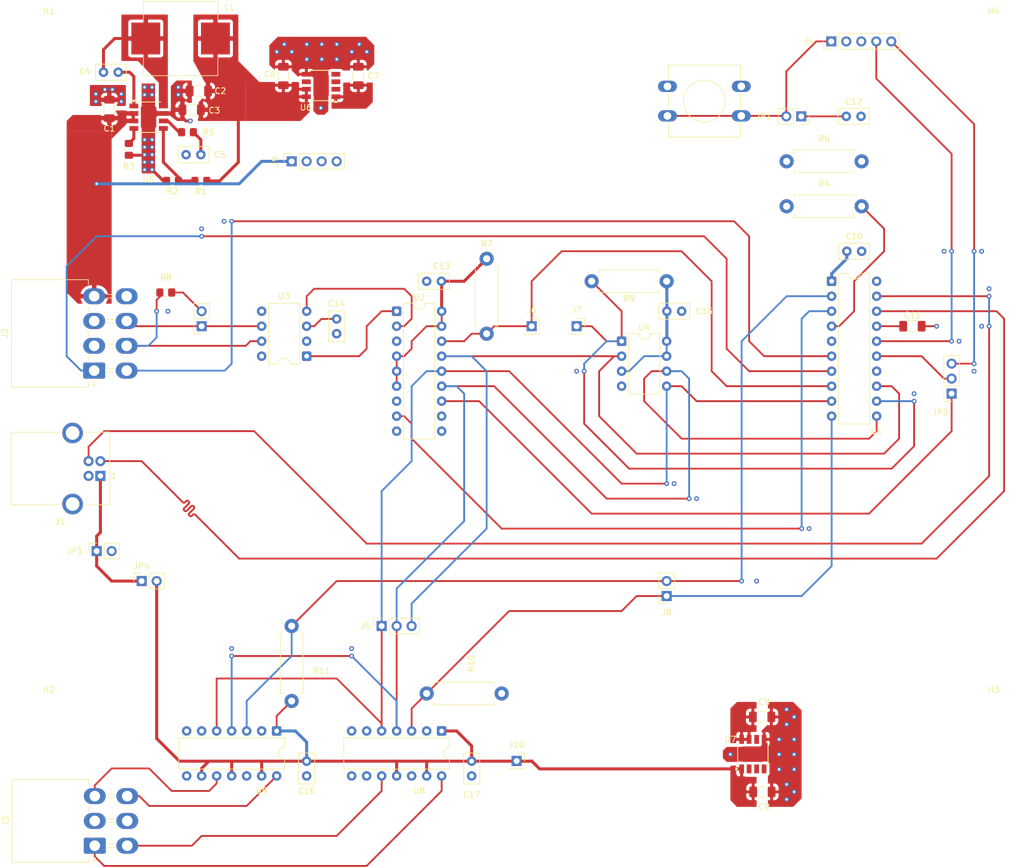
<source format=kicad_pcb>
(kicad_pcb (version 20241229) (generator "pcbnew") (generator_version "9.0")
  (layers (0 "F.Cu" signal) (4 "In1.Cu" signal) (6 "In2.Cu" signal) (2 "B.Cu" power) (13 "F.Paste" user) (15 "B.Paste" user) (5 "F.SilkS" user "F.Silkscreen") (7 "B.SilkS" user "B.Silkscreen") (1 "F.Mask" user) (3 "B.Mask" user) (25 "Edge.Cuts" user))
  (net 0 "")
  (net 1 "+12V")
  (net 2 "GND")
  (net 3 "+6.5V")
  (net 4 "Net-(U5-BST)")
  (net 5 "Net-(U5-SW)")
  (net 6 "Net-(C5-Pad2)")
  (net 7 "+5V")
  (net 8 "+5VA")
  (net 9 "Net-(U1-Vusb3v3)")
  (net 10 "Net-(JP1-A)")
  (net 12 "/USB_D+")
  (net 13 "VBUS")
  (net 15 "/USB_D-")
  (net 16 "/CAN_L")
  (net 17 "/Tach")
  (net 18 "/Speed")
  (net 19 "/CAN_H")
  (net 20 "/AN1")
  (net 21 "/AN4")
  (net 22 "/AN2")
  (net 23 "/AN3")
  (net 24 "/ICSP_~{MCLR}")
  (net 25 "/ICSP_CLK")
  (net 26 "/ICSP_DAT")
  (net 27 "/DAC1_~{CS}")
  (net 28 "/MISO")
  (net 29 "/ROM_~{CS}")
  (net 30 "/DAC2_~{CS}")
  (net 31 "/SCK")
  (net 32 "/MOSI")
  (net 33 "/CAN_~{CS}")
  (net 34 "/INT")
  (net 35 "Net-(JP5-B)")
  (net 36 "Net-(U5-FB)")
  (net 37 "Net-(U5-RT{slash}CLK)")
  (net 38 "/~{MCLR}")
  (net 39 "Net-(U5-COMP)")
  (net 41 "/CLK")
  (net 42 "/CAN_RX")
  (net 47 "/CAN_TX")
  (net 64 "/INT{slash}ICSP_CLK")
  (footprint "Connector_PinSocket_2.54mm:PinSocket_1x02_P2.54mm_Vertical" (layer "F.Cu") (at 55.88 134.62 180)
    (property "Reference" "JP5" (hide yes))
    (property "Value" "Term")
  )
  (footprint "Package_DIP:DIP-14_W7.62mm" (layer "F.Cu") (at 96.52 203.2 -90)
    (property "Reference" "U8")
    (property "Value" "MCP4912" (hide yes))
  )
  (footprint "Capacitor_THT:C_Disc_D5.0mm_W2.5mm_P2.50mm" (layer "F.Cu") (at 137.16 132.08 180)
    (property "Reference" "C15")
    (property "Value" "100n" (hide yes))
  )
  (footprint "Connector_PinSocket_2.54mm:PinSocket_1x01_P2.54mm_Vertical" (layer "F.Cu") (at 111.76 134.62)
    (property "Reference" "J6")
    (property "Value" "CAN CS")
  )
  (footprint "Connector_PinSocket_2.54mm:PinSocket_1x02_P2.54mm_Vertical" (layer "F.Cu") (at 38.1 172.72 90)
    (property "Reference" "JP3")
    (property "Value" "USB_PWR")
  )
  (footprint "Capacitor_THT:C_Disc_D5.0mm_W2.5mm_P2.50mm" (layer "F.Cu") (at 93.98 127)
    (property "Reference" "C13")
    (property "Value" "100n" (hide yes))
  )
  (footprint "Connector_PinHeader_2.54mm:PinHeader_1x05_P2.54mm_Vertical" (layer "F.Cu") (at 162.5 86.36 90)
    (property "Reference" "J4")
    (property "Value" "ICSP")
  )
  (footprint "Capacitor_THT:C_Disc_D5.0mm_W2.5mm_P2.50mm" (layer "F.Cu") (at 73.66 208.32 -90)
    (property "Reference" "C16")
    (property "Value" "100n" (hide yes))
  )
  (footprint "Connector_PinSocket_2.54mm:PinSocket_1x03_P2.54mm_Vertical" (layer "F.Cu") (at 182.88 146.035 180)
    (property "Reference" "JP2")
    (property "Value" "Prog")
  )
  (footprint "Resistor_SMD:R_0805_2012Metric_Pad1.20x1.40mm_HandSolder" (layer "F.Cu") (at 49.8 128.905 180)
    (property "Reference" "R8")
    (property "Value" "120" (hide yes))
  )
  (footprint "Resistor_SMD:R_0805_2012Metric_Pad1.20x1.40mm_HandSolder" (layer "F.Cu") (at 55.745 110)
    (property "Reference" "R1")
    (property "Value" "73k2" (hide yes))
  )
  (footprint "Connector_PinSocket_2.54mm:PinSocket_1x02_P2.54mm_Vertical" (layer "F.Cu") (at 157.42 99.06 -90)
    (property "Reference" "JP1")
    (property "Value" "~{Prog}")
  )
  (footprint "Capacitor_THT:C_Disc_D5.0mm_W2.5mm_P2.50mm" (layer "F.Cu") (at 39.255 91.585)
    (property "Reference" "C4")
    (property "Value" "100n" (hide yes))
  )
  (footprint "Capacitor_THT:C_Disc_D5.0mm_W2.5mm_P2.50mm" (layer "F.Cu") (at 165.04 99.06)
    (property "Reference" "C12")
    (property "Value" "100n" (hide yes))
  )
  (footprint "Capacitor_SMD:C_1206_3216Metric_Pad1.33x1.80mm_HandSolder" (layer "F.Cu") (at 176.2375 134.62)
    (property "Reference" "C11")
    (property "Value" "1u" (hide yes))
  )
  (footprint "Package_DIP:DIP-8_W7.62mm" (layer "F.Cu") (at 127 137.16)
    (property "Reference" "U4")
    (property "Value" "25LC160C" (hide yes))
  )
  (footprint "Resistor_THT:R_Axial_DIN0411_L9.9mm_D3.6mm_P12.70mm_Horizontal" (layer "F.Cu") (at 106.68 196.85 180)
    (property "Reference" "R10")
    (property "Value" "10k" (hide yes))
  )
  (footprint "Connector_PinSocket_2.54mm:PinSocket_1x02_P2.54mm_Vertical" (layer "F.Cu") (at 134.62 180.34 180)
    (property "Reference" "J8")
    (property "Value" "DAC CS")
  )
  (footprint "Capacitor_SMD:C_1206_3216Metric_Pad1.33x1.80mm_HandSolder" (layer "F.Cu") (at 69.715 92.22 90)
    (property "Reference" "C6")
    (property "Value" "22u" (hide yes))
  )
  (footprint "Capacitor_THT:C_Disc_D5.0mm_W2.5mm_P2.50mm" (layer "F.Cu") (at 53.245 105.555)
    (property "Reference" "C5")
    (property "Value" "100n" (hide yes))
  )
  (footprint "Resistor_SMD:R_0805_2012Metric_Pad1.20x1.40mm_HandSolder" (layer "F.Cu") (at 43.553 104.65 -90)
    (property "Reference" "R3")
    (property "Value" "50k" (hide yes))
  )
  (footprint "Button_Switch_THT:SW_PUSH-12mm" (layer "F.Cu") (at 134.76 93.98)
    (property "Reference" "SW1" (hide yes))
    (property "Value" "Reset")
  )
  (footprint "Resistor_SMD:R_0805_2012Metric_Pad1.20x1.40mm_HandSolder" (layer "F.Cu") (at 50.935 110)
    (property "Reference" "R2")
    (property "Value" "10k" (hide yes))
  )
  (footprint "Connector_Molex:Molex_Mini-Fit_Jr_5569-06A2_2x03_P4.20mm_Horizontal" (layer "F.Cu") (at 37.78 222.64 90)
    (property "Reference" "J3")
    (property "Value" "Analog")
  )
  (footprint "Resistor_THT:R_Axial_DIN0411_L9.9mm_D3.6mm_P12.70mm_Horizontal" (layer "F.Cu") (at 71.12 198.12 90)
    (property "Reference" "R11")
    (property "Value" "10k" (hide yes))
  )
  (footprint "Connector_Molex:Molex_Mini-Fit_Jr_5569-08A2_2x04_P4.20mm_Horizontal" (layer "F.Cu") (at 37.68 142.14 90)
    (property "Reference" "J2")
    (property "Value" "Conn_02x04_Top_Bottom" (hide yes))
  )
  (footprint "Capacitor_THT:C_Disc_D5.0mm_W2.5mm_P2.50mm" (layer "F.Cu") (at 78.74 135.89 90)
    (property "Reference" "C14")
    (property "Value" "100n" (hide yes))
  )
  (footprint "Resistor_SMD:R_0805_2012Metric_Pad1.20x1.40mm_HandSolder" (layer "F.Cu") (at 53.475 101.745 180)
    (property "Reference" "R5")
    (property "Value" "12k" (hide yes))
  )
  (footprint "Package_DIP:DIP-14_W7.62mm" (layer "F.Cu") (at 68.58 203.2 -90)
    (property "Reference" "U9")
    (property "Value" "MCP4912" (hide yes))
  )
  (footprint "Connector_USB:USB_B_OST_USB-B1HSxx_Horizontal" (layer "F.Cu") (at 38.735 159.98 180)
    (property "Reference" "J1")
    (property "Value" "USB_B")
  )
  (footprint "Capacitor_SMD:C_1206_3216Metric_Pad1.33x1.80mm_HandSolder" (layer "F.Cu") (at 150.7875 200.81875)
    (property "Reference" "C8")
    (property "Value" "22u" (hide yes))
  )
  (footprint "MountingHole:MountingHole_3.2mm_M3_DIN965" (layer "F.Cu") (at 30 200)
    (property "Reference" "H2")
    (property "Value" "MountingHole")
  )
  (footprint "MountingHole:MountingHole_3.2mm_M3_DIN965" (layer "F.Cu") (at 190 200)
    (property "Reference" "H3")
    (property "Value" "MountingHole")
  )
  (footprint "Package_SO:Diodes_SO-8EP" (layer "F.Cu") (at 149.225 207.12625 90)
    (property "Reference" "U7")
    (property "Value" "AP7375Q" (hide yes))
  )
  (footprint "MountingHole:MountingHole_3.2mm_M3_DIN965" (layer "F.Cu") (at 190 85)
    (property "Reference" "H4")
    (property "Value" "MountingHole")
  )
  (footprint "Connector_PinSocket_2.54mm:PinSocket_1x04_P2.54mm_Vertical" (layer "F.Cu") (at 71.12 106.68 90)
    (property "Reference" "J9")
    (property "Value" "Conn_01x04_Socket" (hide yes))
  )
  (footprint "Connector_PinSocket_2.54mm:PinSocket_1x02_P2.54mm_Vertical" (layer "F.Cu") (at 45.72 177.8 90)
    (property "Reference" "JP4")
    (property "Value" "USB_PWR" (hide yes))
  )
  (footprint "Capacitor_SMD:C_1206_3216Metric_Pad1.33x1.80mm_HandSolder" (layer "F.Cu") (at 40.251 97.808 90)
    (property "Reference" "C1")
    (property "Value" "22u" (hide yes))
  )
  (footprint "Package_DIP:DIP-20_W7.62mm" (layer "F.Cu") (at 162.56 127)
    (property "Reference" "U1")
    (property "Value" "PIC16F1459-IP" (hide yes))
  )
  (footprint "Package_SO:Diodes_SO-8EP" (layer "F.Cu") (at 46.8975 99.205)
    (property "Reference" "U5")
    (property "Value" "AP64100Q" (hide yes))
  )
  (footprint "Resistor_THT:R_Axial_DIN0411_L9.9mm_D3.6mm_P12.70mm_Horizontal" (layer "F.Cu") (at 134.62 127 180)
    (property "Reference" "R9")
    (property "Value" "10k")
  )
  (footprint "Inductor_SMD:L_Wuerth_WE-PD-Typ-LS_Handsoldering" (layer "F.Cu") (at 52.316 85.87)
    (property "Reference" "L1")
    (property "Value" "15u" (hide yes))
  )
  (footprint "Package_DIP:DIP-18_W7.62mm" (layer "F.Cu") (at 88.9 132.08)
    (property "Reference" "U2")
    (property "Value" "MCP2515-I/P" (hide yes))
  )
  (footprint "Capacitor_SMD:C_1206_3216Metric_Pad1.33x1.80mm_HandSolder" (layer "F.Cu") (at 54.1825 97.935)
    (property "Reference" "C3")
    (property "Value" "22u" (hide yes))
  )
  (footprint "Resistor_THT:R_Axial_DIN0411_L9.9mm_D3.6mm_P12.70mm_Horizontal" (layer "F.Cu") (at 104.14 123.19 -90)
    (property "Reference" "R7")
    (property "Value" "10k" (hide yes))
  )
  (footprint "Capacitor_THT:C_Disc_D5.0mm_W2.5mm_P2.50mm" (layer "F.Cu") (at 165.14 121.92)
    (property "Reference" "C10")
    (property "Value" "100n" (hide yes))
  )
  (footprint "Connector_PinSocket_2.54mm:PinSocket_1x01_P2.54mm_Vertical" (layer "F.Cu") (at 119.38 134.62)
    (property "Reference" "J7")
    (property "Value" "ROM CS")
  )
  (footprint "Capacitor_SMD:C_1206_3216Metric_Pad1.33x1.80mm_HandSolder" (layer "F.Cu") (at 55.4025 94.76)
    (property "Reference" "C2")
    (property "Value" "22u" (hide yes))
  )
  (footprint "Resistor_THT:R_Axial_DIN0411_L9.9mm_D3.6mm_P12.70mm_Horizontal" (layer "F.Cu") (at 167.64 106.68 180)
    (property "Reference" "R6")
    (property "Value" "10k" (hide yes))
  )
  (footprint "Capacitor_SMD:C_1206_3216Metric_Pad1.33x1.80mm_HandSolder" (layer "F.Cu") (at 150.8375 213.51875)
    (property "Reference" "C9")
    (property "Value" "22u" (hide yes))
  )
  (footprint "MountingHole:MountingHole_3.2mm_M3_DIN965" (layer "F.Cu") (at 30 85)
    (property "Reference" "H1")
    (property "Value" "MountingHole")
  )
  (footprint "Connector_PinSocket_2.54mm:PinSocket_1x01_P2.54mm_Vertical" (layer "F.Cu") (at 109.22 208.28)
    (property "Reference" "J10")
    (property "Value" "+5VA")
  )
  (footprint "Package_DIP:DIP-8_W7.62mm" (layer "F.Cu") (at 73.66 139.7 180)
    (property "Reference" "U3")
    (property "Value" "MCP2561-E-P" (hide yes))
  )
  (footprint "Capacitor_THT:C_Disc_D5.0mm_W2.5mm_P2.50mm" (layer "F.Cu") (at 101.6 208.32 -90)
    (property "Reference" "C17")
    (property "Value" "100n" (hide yes))
  )
  (footprint "Capacitor_SMD:C_1206_3216Metric_Pad1.33x1.80mm_HandSolder" (layer "F.Cu") (at 82.415 92.22 90)
    (property "Reference" "C7")
    (property "Value" "22u" (hide yes))
  )
  (footprint "Package_SO:Diodes_SO-8EP" (layer "F.Cu") (at 76.1075 93.8325 180)
    (property "Reference" "U6")
    (property "Value" "AP7375Q" (hide yes))
  )
  (footprint "Connector_PinSocket_2.54mm:PinSocket_1x03_P2.54mm_Vertical" (layer "F.Cu") (at 86.36 185.42 90)
    (property "Reference" "J5")
    (property "Value" "SPI debug")
  )
  (footprint "Resistor_THT:R_Axial_DIN0411_L9.9mm_D3.6mm_P12.70mm_Horizontal" (layer "F.Cu") (at 154.94 114.3)
    (property "Reference" "R4")
    (property "Value" "220" (hide yes))
  )
  (via (at 38.1 110.49) (size 0.8128) (drill 0.4) (layers "F.Cu" "B.Cu") (net 1))
  (segment (start 38.1 110.49) (end 62.23 110.49) (width 0.508) (layer "B.Cu") (net 1))
  (segment (start 62.23 110.49) (end 66.04 106.68) (width 0.508) (layer "B.Cu") (net 1))
  (segment (start 66.04 106.68) (end 71.12 106.68) (width 0.508) (layer "B.Cu") (net 1))
  (segment (start 49.395 110) (end 47.49 108.095) (width 0.508) (layer "F.Cu") (net 2))
  (segment (start 53.967 99.84) (end 53.205 99.84) (width 0.508) (layer "F.Cu") (net 2))
  (segment (start 46.125 105.65) (end 46.22 105.555) (width 0.508) (layer "F.Cu") (net 2))
  (segment (start 53.205 99.84) (end 52.62 99.255) (width 0.508) (layer "F.Cu") (net 2))
  (segment (start 52.62 99.255) (end 52.62 97.935) (width 0.508) (layer "F.Cu") (net 2))
  (segment (start 177.8 134.62) (end 180.34 134.62) (width 0.3048) (layer "F.Cu") (net 2))
  (segment (start 49.935 110) (end 49.395 110) (width 0.508) (layer "F.Cu") (net 2))
  (segment (start 43.553 105.65) (end 46.125 105.65) (width 0.508) (layer "F.Cu") (net 2))
  (via (at 156.21 204.62875) (size 0.8128) (drill 0.4) (layers "F.Cu" "B.Cu") (net 2))
  (via (at 119.38 142.24) (size 0.8128) (drill 0.4) (layers "F.Cu" "B.Cu") (net 2))
  (via (at 180.34 134.62) (size 0.8128) (drill 0.4) (layers "F.Cu" "B.Cu") (net 2))
  (via (at 39.489 94.506) (size 0.8128) (drill 0.4) (layers "F.Cu" "B.Cu") (net 2))
  (via (at 47.49 108.095) (size 0.8128) (drill 0.4) (layers "F.Cu" "B.Cu") (net 2))
  (via (at 76.22375 89.3875) (size 0.8128) (drill 0.4) (layers "F.Cu" "B.Cu") (net 2))
  (via (at 46.22 108.095) (size 0.8128) (drill 0.4) (layers "F.Cu" "B.Cu") (net 2))
  (via (at 59.69 116.84) (size 0.8128) (drill 0.4) (layers "F.Cu" "B.Cu") (net 2))
  (via (at 154.94 199.54875) (size 0.8128) (drill 0.4) (layers "F.Cu" "B.Cu") (net 2))
  (via (at 46.22 95.395) (size 0.8128) (drill 0.4) (layers "F.Cu" "B.Cu") (net 2))
  (via (at 68.60375 88.1175) (size 0.8128) (drill 0.4) (layers "F.Cu" "B.Cu") (net 2))
  (via (at 153.67 204.62875) (size 0.8128) (drill 0.4) (layers "F.Cu" "B.Cu") (net 2))
  (via (at 78.76375 86.8475) (size 0.8128) (drill 0.4) (layers "F.Cu" "B.Cu") (net 2))
  (via (at 46.22 104.285) (size 0.8128) (drill 0.4) (layers "F.Cu" "B.Cu") (net 2))
  (via (at 78.76375 89.3875) (size 0.8128) (drill 0.4) (layers "F.Cu" "B.Cu") (net 2))
  (via (at 154.94 214.78875) (size 0.8128) (drill 0.4) (layers "F.Cu" "B.Cu") (net 2))
  (via (at 51.935 94.125) (size 0.8128) (drill 0.4) (layers "F.Cu" "B.Cu") (net 2))
  (via (at 186.69 142.24) (size 0.8128) (drill 0.4) (layers "F.Cu" "B.Cu") (net 2))
  (via (at 83.84375 88.1175) (size 0.8128) (drill 0.4) (layers "F.Cu" "B.Cu") (net 2))
  (via (at 47.49 95.395) (size 0.8128) (drill 0.4) (layers "F.Cu" "B.Cu") (net 2))
  (via (at 156.21 213.51875) (size 0.8128) (drill 0.4) (layers "F.Cu" "B.Cu") (net 2))
  (via (at 73.68375 89.3875) (size 0.8128) (drill 0.4) (layers "F.Cu" "B.Cu") (net 2))
  (via (at 47.49 106.825) (size 0.8128) (drill 0.4) (layers "F.Cu" "B.Cu") (net 2))
  (via (at 154.94 212.24875) (size 0.8128) (drill 0.4) (layers "F.Cu" "B.Cu") (net 2))
  (via (at 37.965 96.538) (size 0.8128) (drill 0.4) (layers "F.Cu" "B.Cu") (net 2))
  (via (at 71.14375 88.1175) (size 0.8128) (drill 0.4) (layers "F.Cu" "B.Cu") (net 2))
  (via (at 55.88 118.11) (size 0.8128) (drill 0.4) (layers "F.Cu" "B.Cu") (net 2))
  (via (at 154.94 202.08875) (size 0.8128) (drill 0.4) (layers "F.Cu" "B.Cu") (net 2))
  (via (at 181.61 121.92) (size 0.8128) (drill 0.4) (layers "F.Cu" "B.Cu") (net 2))
  (via (at 47.49 105.555) (size 0.8128) (drill 0.4) (layers "F.Cu" "B.Cu") (net 2))
  (via (at 149.86 177.8) (size 0.8128) (drill 0.4) (layers "F.Cu" "B.Cu") (net 2))
  (via (at 189.23 128.27) (size 0.8128) (drill 0.4) (layers "F.Cu" "B.Cu") (net 2))
  (via (at 81.28 189.23) (size 0.8128) (drill 0.4) (layers "F.Cu" "B.Cu") (net 2))
  (via (at 50.165 132.08) (size 0.8128) (drill 0.4) (layers "F.Cu" "B.Cu") (net 2))
  (via (at 158.75 168.91) (size 0.8128) (drill 0.4) (layers "F.Cu" "B.Cu") (net 2))
  (via (at 187.96 121.92) (size 0.8128) (drill 0.4) (layers "F.Cu" "B.Cu") (net 2))
  (via (at 53.967 99.84) (size 0.8128) (drill 0.4) (layers "F.Cu" "B.Cu") (net 2))
  (via (at 37.965 95.268) (size 0.8128) (drill 0.4) (layers "F.Cu" "B.Cu") (net 2))
  (via (at 153.67 209.70875) (size 0.8128) (drill 0.4) (layers "F.Cu" "B.Cu") (net 2))
  (via (at 47.49 104.285) (size 0.8128) (drill 0.4) (layers "F.Cu" "B.Cu") (net 2))
  (via (at 184.15 137.16) (size 0.8128) (drill 0.4) (layers "F.Cu" "B.Cu") (net 2))
  (via (at 153.67 207.16875) (size 0.8128) (drill 0.4) (layers "F.Cu" "B.Cu") (net 2))
  (via (at 76.22375 86.8475) (size 0.8128) (drill 0.4) (layers "F.Cu" "B.Cu") (net 2))
  (via (at 156.21 200.81875) (size 0.8128) (drill 0.4) (layers "F.Cu" "B.Cu") (net 2))
  (via (at 51.935 95.395) (size 0.8128) (drill 0.4) (layers "F.Cu" "B.Cu") (net 2))
  (via (at 42.283 95.268) (size 0.8128) (drill 0.4) (layers "F.Cu" "B.Cu") (net 2))
  (via (at 46.22 106.825) (size 0.8128) (drill 0.4) (layers "F.Cu" "B.Cu") (net 2))
  (via (at 42.283 96.538) (size 0.8128) (drill 0.4) (layers "F.Cu" "B.Cu") (net 2))
  (via (at 135.89 161.29) (size 0.8128) (drill 0.4) (layers "F.Cu" "B.Cu") (net 2))
  (via (at 156.21 207.16875) (size 0.8128) (drill 0.4) (layers "F.Cu" "B.Cu") (net 2))
  (via (at 46.22 105.555) (size 0.8128) (drill 0.4) (layers "F.Cu" "B.Cu") (net 2))
  (via (at 139.7 163.83) (size 0.8128) (drill 0.4) (layers "F.Cu" "B.Cu") (net 2))
  (via (at 82.57375 86.8475) (size 0.8128) (drill 0.4) (layers "F.Cu" "B.Cu") (net 2))
  (via (at 69.87375 86.8475) (size 0.8128) (drill 0.4) (layers "F.Cu" "B.Cu") (net 2))
  (via (at 40.759 94.506) (size 0.8128) (drill 0.4) (layers "F.Cu" "B.Cu") (net 2))
  (via (at 76.065 97.6425) (size 0.8128) (drill 0.4) (layers "F.Cu" "B.Cu") (net 2))
  (via (at 187.96 134.62) (size 0.8128) (drill 0.4) (layers "F.Cu" "B.Cu") (net 2))
  (via (at 46.22 103.015) (size 0.8128) (drill 0.4) (layers "F.Cu" "B.Cu") (net 2))
  (via (at 46.22 94.125) (size 0.8128) (drill 0.4) (layers "F.Cu" "B.Cu") (net 2))
  (via (at 60.96 189.23) (size 0.8128) (drill 0.4) (layers "F.Cu" "B.Cu") (net 2))
  (via (at 156.21 209.70875) (size 0.8128) (drill 0.4) (layers "F.Cu" "B.Cu") (net 2))
  (via (at 47.49 103.015) (size 0.8128) (drill 0.4) (layers "F.Cu" "B.Cu") (net 2))
  (via (at 81.30375 88.1175) (size 0.8128) (drill 0.4) (layers "F.Cu" "B.Cu") (net 2))
  (via (at 73.68375 86.8475) (size 0.8128) (drill 0.4) (layers "F.Cu" "B.Cu") (net 2))
  (via (at 176.53 146.05) (size 0.8128) (drill 0.4) (layers "F.Cu" "B.Cu") (net 2))
  (via (at 145.415 207.16875) (size 0.8128) (drill 0.4) (layers "F.Cu" "B.Cu") (net 2))
  (via (at 47.49 94.125) (size 0.8128) (drill 0.4) (layers "F.Cu" "B.Cu") (net 2))
  (segment (start 60.825 97.935) (end 55.745 97.935) (width 0.508) (layer "F.Cu") (net 3))
  (segment (start 62.095 106.825) (end 62.095 99.205) (width 0.508) (layer "F.Cu") (net 3))
  (segment (start 62.095 99.205) (end 60.825 97.935) (width 0.508) (layer "F.Cu") (net 3))
  (segment (start 56.745 110) (end 58.92 110) (width 0.508) (layer "F.Cu") (net 3))
  (segment (start 58.92 110) (end 62.095 106.825) (width 0.508) (layer "F.Cu") (net 3))
  (segment (start 44.4 97.3) (end 44.4 92.305) (width 0.508) (layer "F.Cu") (net 4))
  (segment (start 44.4 92.305) (end 43.68 91.585) (width 0.508) (layer "F.Cu") (net 4))
  (segment (start 43.68 91.585) (end 41.755 91.585) (width 0.508) (layer "F.Cu") (net 4))
  (segment (start 39.255 91.585) (end 39.255 87.755) (width 0.508) (layer "F.Cu") (net 5))
  (segment (start 41.14 85.87) (end 46.416 85.87) (width 0.508) (layer "F.Cu") (net 5))
  (segment (start 39.255 87.755) (end 41.14 85.87) (width 0.508) (layer "F.Cu") (net 5))
  (segment (start 55.745 103.015) (end 54.475 101.745) (width 0.508) (layer "F.Cu") (net 6))
  (segment (start 55.745 105.555) (end 55.745 103.015) (width 0.508) (layer "F.Cu") (net 6))
  (segment (start 74.93 134.62) (end 76.16 133.39) (width 0.3048) (layer "F.Cu") (net 7))
  (segment (start 91.44 138.43) (end 91.44 137.16) (width 0.3048) (layer "F.Cu") (net 7))
  (segment (start 96.52 127.04) (end 96.48 127) (width 0.508) (layer "F.Cu") (net 7))
  (segment (start 73.66 134.62) (end 74.93 134.62) (width 0.3048) (layer "F.Cu") (net 7))
  (segment (start 91.44 137.16) (end 93.98 134.62) (width 0.3048) (layer "F.Cu") (net 7))
  (segment (start 96.52 134.62) (end 96.52 132.08) (width 0.3048) (layer "F.Cu") (net 7))
  (segment (start 90.17 139.7) (end 91.44 138.43) (width 0.3048) (layer "F.Cu") (net 7))
  (segment (start 88.9 139.7) (end 90.17 139.7) (width 0.3048) (layer "F.Cu") (net 7))
  (segment (start 88.9 144.78) (end 88.9 139.7) (width 0.3048) (layer "F.Cu") (net 7))
  (segment (start 96.52 132.08) (end 96.52 127.04) (width 0.508) (layer "F.Cu") (net 7))
  (segment (start 96.48 127) (end 100.33 127) (width 0.508) (layer "F.Cu") (net 7))
  (segment (start 93.98 134.62) (end 96.52 134.62) (width 0.3048) (layer "F.Cu") (net 7))
  (segment (start 76.16 133.39) (end 78.74 133.39) (width 0.3048) (layer "F.Cu") (net 7))
  (segment (start 100.33 127) (end 104.14 123.19) (width 0.508) (layer "F.Cu") (net 7))
  (segment (start 130.81 139.7) (end 128.27 142.24) (width 0.3048) (layer "B.Cu") (net 7))
  (segment (start 134.62 127) (end 134.62 128.27) (width 0.508) (layer "B.Cu") (net 7))
  (segment (start 134.62 128.27) (end 134.66 128.31) (width 0.508) (layer "B.Cu") (net 7))
  (segment (start 134.66 137.12) (end 134.62 137.16) (width 0.508) (layer "B.Cu") (net 7))
  (segment (start 134.66 128.31) (end 134.66 132.08) (width 0.508) (layer "B.Cu") (net 7))
  (segment (start 134.66 132.08) (end 134.66 137.12) (width 0.508) (layer "B.Cu") (net 7))
  (segment (start 165.14 123.15) (end 165.14 121.92) (width 0.508) (layer "B.Cu") (net 7))
  (segment (start 134.62 139.7) (end 134.62 137.16) (width 0.3048) (layer "B.Cu") (net 7))
  (segment (start 162.56 125.73) (end 165.14 123.15) (width 0.508) (layer "B.Cu") (net 7))
  (segment (start 162.56 127) (end 162.56 125.73) (width 0.508) (layer "B.Cu") (net 7))
  (segment (start 128.27 142.24) (end 127 142.24) (width 0.3048) (layer "B.Cu") (net 7))
  (segment (start 134.62 139.7) (end 130.81 139.7) (width 0.3048) (layer "B.Cu") (net 7))
  (segment (start 99.06 203.2) (end 96.52 203.2) (width 0.508) (layer "F.Cu") (net 8))
  (segment (start 93.98 210.82) (end 93.98 208.32) (width 0.508) (layer "F.Cu") (net 8))
  (segment (start 101.6 208.32) (end 101.6 205.74) (width 0.508) (layer "F.Cu") (net 8))
  (segment (start 71.12 198.12) (end 68.58 200.66) (width 0.3048) (layer "F.Cu") (net 8))
  (segment (start 68.58 200.66) (end 68.58 203.2) (width 0.3048) (layer "F.Cu") (net 8))
  (segment (start 66.04 210.82) (end 66.04 208.32) (width 0.508) (layer "F.Cu") (net 8))
  (segment (start 60.96 208.32) (end 58.32 208.32) (width 0.508) (layer "F.Cu") (net 8))
  (segment (start 111.76 208.28) (end 111.72 208.32) (width 0.508) (layer "F.Cu") (net 8))
  (segment (start 48.26 177.8) (end 48.26 204.47) (width 0.508) (layer "F.Cu") (net 8))
  (segment (start 93.98 208.32) (end 88.9 208.32) (width 0.508) (layer "F.Cu") (net 8))
  (segment (start 101.6 208.32) (end 93.98 208.32) (width 0.508) (layer "F.Cu") (net 8))
  (segment (start 55.88 209.55) (end 55.88 210.82) (width 0.508) (layer "F.Cu") (net 8))
  (segment (start 58.32 208.32) (end 57.11 208.32) (width 0.508) (layer "F.Cu") (net 8))
  (segment (start 52.11 208.32) (end 57.11 208.32) (width 0.508) (layer "F.Cu") (net 8))
  (segment (start 73.66 208.32) (end 66.04 208.32) (width 0.508) (layer "F.Cu") (net 8))
  (segment (start 66.04 208.32) (end 60.96 208.32) (width 0.508) (layer "F.Cu") (net 8))
  (segment (start 57.11 208.32) (end 55.88 209.55) (width 0.508) (layer "F.Cu") (net 8))
  (segment (start 147.32 209.62375) (end 113.10375 209.62375) (width 0.508) (layer "F.Cu") (net 8))
  (segment (start 60.96 210.82) (end 60.96 208.32) (width 0.508) (layer "F.Cu") (net 8))
  (segment (start 113.10375 209.62375) (end 111.76 208.28) (width 0.508) (layer "F.Cu") (net 8))
  (segment (start 88.9 210.82) (end 88.9 208.32) (width 0.508) (layer "F.Cu") (net 8))
  (segment (start 48.26 204.47) (end 52.11 208.32) (width 0.508) (layer "F.Cu") (net 8))
  (segment (start 111.72 208.32) (end 101.6 208.32) (width 0.508) (layer "F.Cu") (net 8))
  (segment (start 101.6 205.74) (end 99.06 203.2) (width 0.508) (layer "F.Cu") (net 8))
  (segment (start 88.9 208.32) (end 73.66 208.32) (width 0.508) (layer "F.Cu") (net 8))
  (segment (start 68.58 203.2) (end 71.755 203.2) (width 0.508) (layer "B.Cu") (net 8))
  (segment (start 71.755 203.2) (end 73.66 205.105) (width 0.508) (layer "B.Cu") (net 8))
  (segment (start 73.66 205.105) (end 73.66 208.32) (width 0.508) (layer "B.Cu") (net 8))
  (segment (start 170.18 134.62) (end 174.675 134.62) (width 0.3048) (layer "F.Cu") (net 9))
  (segment (start 157.42 99.06) (end 165.04 99.06) (width 0.3048) (layer "F.Cu") (net 10))
  (segment (start 36.735 155.035) (end 39.37 152.4) (width 0.3048) (layer "F.Cu") (net 12))
  (segment (start 39.37 152.4) (end 64.77 152.4) (width 0.3048) (layer "F.Cu") (net 12))
  (segment (start 177.799999 171.45) (end 189.23 160.019999) (width 0.3048) (layer "F.Cu") (net 12))
  (segment (start 83.82 171.45) (end 177.799999 171.45) (width 0.3048) (layer "F.Cu") (net 12))
  (segment (start 64.77 152.4) (end 83.82 171.45) (width 0.3048) (layer "F.Cu") (net 12))
  (segment (start 189.23 160.019999) (end 189.23 134.62) (width 0.3048) (layer "F.Cu") (net 12))
  (segment (start 170.18 129.54) (end 189.23 129.54) (width 0.3048) (layer "F.Cu") (net 12))
  (segment (start 36.735 157.48) (end 36.735 155.035) (width 0.3048) (layer "F.Cu") (net 12))
  (via (at 189.23 129.54) (size 0.8128) (drill 0.4) (layers "F.Cu" "B.Cu") (net 12))
  (via (at 189.23 134.62) (size 0.8128) (drill 0.4) (layers "F.Cu" "B.Cu") (net 12))
  (segment (start 189.23 129.54) (end 189.23 134.62) (width 0.3048) (layer "B.Cu") (net 12))
  (segment (start 38.1 170.18) (end 38.1 172.72) (width 0.508) (layer "F.Cu") (net 13))
  (segment (start 40.64 177.8) (end 45.72 177.8) (width 0.508) (layer "F.Cu") (net 13))
  (segment (start 38.1 175.26) (end 40.64 177.8) (width 0.508) (layer "F.Cu") (net 13))
  (segment (start 38.735 169.545) (end 38.1 170.18) (width 0.508) (layer "F.Cu") (net 13))
  (segment (start 38.1 172.72) (end 38.1 175.26) (width 0.508) (layer "F.Cu") (net 13))
  (segment (start 38.735 159.98) (end 38.735 169.545) (width 0.508) (layer "F.Cu") (net 13))
  (segment (start 58.469419 170.229419) (end 62.23 173.99) (width 0.3048) (layer "F.Cu") (net 15))
  (segment (start 54.170575 165.930575) (end 53.998154 166.102995) (width 0.3048) (layer "F.Cu") (net 15))
  (segment (start 62.23 173.99) (end 180.34 173.99) (width 0.3048) (layer "F.Cu") (net 15))
  (segment (start 38.735 157.48) (end 45.72 157.48) (width 0.3048) (layer "F.Cu") (net 15))
  (segment (start 53.480893 164.896052) (end 53.308472 165.068473) (width 0.3048) (layer "F.Cu") (net 15))
  (segment (start 54.564949 165.536204) (end 54.170575 165.930575) (width 0.3048) (layer "F.Cu") (net 15))
  (segment (start 54.860257 166.620257) (end 58.469419 170.229419) (width 0.3048) (layer "F.Cu") (net 15))
  (segment (start 190.5 132.08) (end 170.18 132.08) (width 0.3048) (layer "F.Cu") (net 15))
  (segment (start 191.77 133.35) (end 190.5 132.08) (width 0.3048) (layer "F.Cu") (net 15))
  (segment (start 54.207269 166.755984) (end 54.429205 166.534047) (width 0.3048) (layer "F.Cu") (net 15))
  (segment (start 180.34 173.99) (end 191.77 162.56) (width 0.3048) (layer "F.Cu") (net 15))
  (segment (start 53.049842 164.465001) (end 53.271777 164.243063) (width 0.3048) (layer "F.Cu") (net 15))
  (segment (start 53.616619 164.243063) (end 53.702829 164.329273) (width 0.3048) (layer "F.Cu") (net 15))
  (segment (start 54.774047 166.534047) (end 54.860257 166.620257) (width 0.3048) (layer "F.Cu") (net 15))
  (segment (start 52.914117 165.80767) (end 53.000327 165.89388) (width 0.3048) (layer "F.Cu") (net 15))
  (segment (start 53.308473 165.068473) (end 52.914117 165.462828) (width 0.3048) (layer "F.Cu") (net 15))
  (segment (start 54.478739 165.105152) (end 54.564949 165.191362) (width 0.3048) (layer "F.Cu") (net 15))
  (segment (start 53.702829 164.674115) (end 53.480893 164.896052) (width 0.3048) (layer "F.Cu") (net 15))
  (segment (start 53.308472 165.068473) (end 53.308473 165.068473) (width 0.3048) (layer "F.Cu") (net 15))
  (segment (start 53.345169 165.89388) (end 53.739524 165.499524) (width 0.3048) (layer "F.Cu") (net 15))
  (segment (start 53.739524 165.499524) (end 54.133895 165.10515) (width 0.3048) (layer "F.Cu") (net 15))
  (segment (start 53.776217 166.669774) (end 53.862427 166.755984) (width 0.3048) (layer "F.Cu") (net 15))
  (segment (start 45.72 157.48) (end 52.705 164.465) (width 0.3048) (layer "F.Cu") (net 15))
  (segment (start 191.77 162.56) (end 191.77 133.35) (width 0.3048) (layer "F.Cu") (net 15))
  (segment (start 53.998154 166.102995) (end 53.776217 166.324932) (width 0.3048) (layer "F.Cu") (net 15))
  (arc (start 54.564949 165.191362) (mid 54.636368 165.363783) (end 54.564949 165.536204) (width 0.3048) (layer "F.Cu") (net 15))
  (arc (start 53.000327 165.89388) (mid 53.172748 165.965299) (end 53.345169 165.89388) (width 0.3048) (layer "F.Cu") (net 15))
  (arc (start 54.429205 166.534047) (mid 54.601626 166.462628) (end 54.774047 166.534047) (width 0.3048) (layer "F.Cu") (net 15))
  (arc (start 53.702829 164.329273) (mid 53.774248 164.501694) (end 53.702829 164.674115) (width 0.3048) (layer "F.Cu") (net 15))
  (arc (start 53.862427 166.755984) (mid 54.034848 166.827403) (end 54.207269 166.755984) (width 0.3048) (layer "F.Cu") (net 15))
  (arc (start 53.271777 164.243063) (mid 53.444198 164.171644) (end 53.616619 164.243063) (width 0.3048) (layer "F.Cu") (net 15))
  (arc (start 53.776217 166.324932) (mid 53.704798 166.497353) (end 53.776217 166.669774) (width 0.3048) (layer "F.Cu") (net 15))
  (arc (start 52.914117 165.462828) (mid 52.842698 165.635249) (end 52.914117 165.80767) (width 0.3048) (layer "F.Cu") (net 15))
  (arc (start 54.133895 165.10515) (mid 54.306318 165.033733) (end 54.478739 165.105152) (width 0.3048) (layer "F.Cu") (net 15))
  (arc (start 52.705 164.465) (mid 52.877422 164.536419) (end 53.049842 164.465001) (width 0.3048) (layer "F.Cu") (net 15))
  (segment (start 44.06 134.62) (end 43.18 133.74) (width 0.3048) (layer "F.Cu") (net 16))
  (segment (start 66.04 134.62) (end 44.06 134.62) (width 0.3048) (layer "F.Cu") (net 16))
  (segment (start 144.78 123.19) (end 140.97 119.38) (width 0.3048) (layer "F.Cu") (net 17))
  (segment (start 140.97 119.38) (end 55.88 119.38) (width 0.3048) (layer "F.Cu") (net 17))
  (segment (start 144.78 138.43) (end 144.78 123.19) (width 0.3048) (layer "F.Cu") (net 17))
  (segment (start 162.56 142.24) (end 148.59 142.24) (width 0.3048) (layer "F.Cu") (net 17))
  (segment (start 148.59 142.24) (end 144.78 138.43) (width 0.3048) (layer "F.Cu") (net 17))
  (via (at 55.88 119.38) (size 0.8128) (drill 0.4) (layers "F.Cu" "B.Cu") (net 17))
  (segment (start 55.88 119.38) (end 38.1 119.38) (width 0.3048) (layer "B.Cu") (net 17))
  (segment (start 35.46 142.14) (end 37.68 142.14) (width 0.3048) (layer "B.Cu") (net 17))
  (segment (start 33.02 139.7) (end 35.46 142.14) (width 0.3048) (layer "B.Cu") (net 17))
  (segment (start 33.02 124.46) (end 33.02 139.7) (width 0.3048) (layer "B.Cu") (net 17))
  (segment (start 38.1 119.38) (end 33.02 124.46) (width 0.3048) (layer "B.Cu") (net 17))
  (segment (start 148.59 119.379999) (end 148.59 137.16) (width 0.3048) (layer "F.Cu") (net 18))
  (segment (start 148.59 137.16) (end 151.13 139.7) (width 0.3048) (layer "F.Cu") (net 18))
  (segment (start 60.96 116.84) (end 146.050001 116.84) (width 0.3048) (layer "F.Cu") (net 18))
  (segment (start 151.13 139.7) (end 162.56 139.7) (width 0.3048) (layer "F.Cu") (net 18))
  (segment (start 146.050001 116.84) (end 148.59 119.379999) (width 0.3048) (layer "F.Cu") (net 18))
  (via (at 60.96 116.84) (size 0.8128) (drill 0.4) (layers "F.Cu" "B.Cu") (net 18))
  (segment (start 60.96 140.97) (end 60.96 116.84) (width 0.3048) (layer "B.Cu") (net 18))
  (segment (start 59.79 142.14) (end 60.96 140.97) (width 0.3048) (layer "B.Cu") (net 18))
  (segment (start 43.18 142.14) (end 59.79 142.14) (width 0.3048) (layer "B.Cu") (net 18))
  (segment (start 48.8 129.635) (end 48.26 130.175) (width 0.3048) (layer "F.Cu") (net 19))
  (segment (start 66.04 137.16) (end 64.135 137.16) (width 0.3048) (layer "F.Cu") (net 19))
  (segment (start 48.8 128.905) (end 48.8 129.635) (width 0.3048) (layer "F.Cu") (net 19))
  (segment (start 48.26 130.175) (end 48.26 132.08) (width 0.3048) (layer "F.Cu") (net 19))
  (segment (start 64.135 137.16) (end 63.355 137.94) (width 0.3048) (layer "F.Cu") (net 19))
  (segment (start 63.355 137.94) (end 43.18 137.94) (width 0.3048) (layer "F.Cu") (net 19))
  (via (at 48.26 132.08) (size 0.8128) (drill 0.4) (layers "F.Cu" "B.Cu") (net 19))
  (segment (start 48.26 132.08) (end 48.26 136.525) (width 0.3048) (layer "B.Cu") (net 19))
  (segment (start 46.845 137.94) (end 43.18 137.94) (width 0.3048) (layer "B.Cu") (net 19))
  (segment (start 48.26 136.525) (end 46.845 137.94) (width 0.3048) (layer "B.Cu") (net 19))
  (segment (start 39.37 226.06) (end 37.78 224.47) (width 0.3048) (layer "F.Cu") (net 20))
  (segment (start 83.82 226.06) (end 39.37 226.06) (width 0.3048) (layer "F.Cu") (net 20))
  (segment (start 96.52 210.82) (end 96.52 213.36) (width 0.3048) (layer "F.Cu") (net 20))
  (segment (start 96.52 213.36) (end 83.82 226.06) (width 0.3048) (layer "F.Cu") (net 20))
  (segment (start 37.78 224.47) (end 37.78 222.64) (width 0.3048) (layer "F.Cu") (net 20))
  (segment (start 37.78 212.41) (end 37.78 214.24) (width 0.3048) (layer "F.Cu") (net 21))
  (segment (start 40.64 209.55) (end 37.78 212.41) (width 0.3048) (layer "F.Cu") (net 21))
  (segment (start 46.99 209.55) (end 40.64 209.55) (width 0.3048) (layer "F.Cu") (net 21))
  (segment (start 58.42 210.82) (end 58.42 212.09) (width 0.3048) (layer "F.Cu") (net 21))
  (segment (start 57.15 213.36) (end 50.8 213.36) (width 0.3048) (layer "F.Cu") (net 21))
  (segment (start 58.42 212.09) (end 57.15 213.36) (width 0.3048) (layer "F.Cu") (net 21))
  (segment (start 50.8 213.36) (end 46.99 209.55) (width 0.3048) (layer "F.Cu") (net 21))
  (segment (start 54.22 222.64) (end 43.28 222.64) (width 0.3048) (layer "F.Cu") (net 22))
  (segment (start 55.88 220.98) (end 54.22 222.64) (width 0.3048) (layer "F.Cu") (net 22))
  (segment (start 78.74 220.98) (end 55.88 220.98) (width 0.3048) (layer "F.Cu") (net 22))
  (segment (start 86.36 210.82) (end 86.36 213.36) (width 0.3048) (layer "F.Cu") (net 22))
  (segment (start 86.36 213.36) (end 78.74 220.98) (width 0.3048) (layer "F.Cu") (net 22))
  (segment (start 68.58 210.82) (end 63.5 215.9) (width 0.3048) (layer "F.Cu") (net 23))
  (segment (start 63.5 215.9) (end 46.99 215.9) (width 0.3048) (layer "F.Cu") (net 23))
  (segment (start 46.99 215.9) (end 45.33 214.24) (width 0.3048) (layer "F.Cu") (net 23))
  (segment (start 45.33 214.24) (end 43.28 214.24) (width 0.3048) (layer "F.Cu") (net 23))
  (segment (start 134.76 98.98) (end 154.8 98.98) (width 0.3048) (layer "F.Cu") (net 24))
  (segment (start 159.96 86.36) (end 162.5 86.36) (width 0.3048) (layer "F.Cu") (net 24))
  (segment (start 154.88 99.06) (end 154.88 91.44) (width 0.3048) (layer "F.Cu") (net 24))
  (segment (start 154.88 91.44) (end 159.96 86.36) (width 0.3048) (layer "F.Cu") (net 24))
  (segment (start 154.8 98.98) (end 154.88 99.06) (width 0.3048) (layer "F.Cu") (net 24))
  (segment (start 186.69 100.39) (end 172.66 86.36) (width 0.3048) (layer "F.Cu") (net 25))
  (segment (start 182.88 140.955) (end 186.675 140.955) (width 0.3048) (layer "F.Cu") (net 25))
  (segment (start 186.675 140.955) (end 186.69 140.97) (width 0.3048) (layer "F.Cu") (net 25))
  (segment (start 186.69 121.92) (end 186.69 100.39) (width 0.3048) (layer "F.Cu") (net 25))
  (via (at 186.69 121.92) (size 0.8128) (drill 0.4) (layers "F.Cu" "B.Cu") (net 25))
  (via (at 186.69 140.97) (size 0.8128) (drill 0.4) (layers "F.Cu" "B.Cu") (net 25))
  (segment (start 186.69 140.97) (end 186.69 121.92) (width 0.3048) (layer "B.Cu") (net 25))
  (segment (start 170.18 137.16) (end 182.88 137.16) (width 0.3048) (layer "F.Cu") (net 26))
  (segment (start 182.88 121.92) (end 182.88 105.41) (width 0.3048) (layer "F.Cu") (net 26))
  (segment (start 182.88 105.41) (end 170.12 92.65) (width 0.3048) (layer "F.Cu") (net 26))
  (segment (start 170.12 92.65) (end 170.12 86.36) (width 0.3048) (layer "F.Cu") (net 26))
  (via (at 182.88 137.16) (size 0.8128) (drill 0.4) (layers "F.Cu" "B.Cu") (net 26))
  (via (at 182.88 121.92) (size 0.8128) (drill 0.4) (layers "F.Cu" "B.Cu") (net 26))
  (segment (start 182.88 137.16) (end 182.88 121.92) (width 0.3048) (layer "B.Cu") (net 26))
  (segment (start 129.54 180.34) (end 127 182.88) (width 0.3048) (layer "F.Cu") (net 27))
  (segment (start 107.95 182.88) (end 93.98 196.85) (width 0.3048) (layer "F.Cu") (net 27))
  (segment (start 93.98 196.85) (end 91.44 199.39) (width 0.3048) (layer "F.Cu") (net 27))
  (segment (start 127 182.88) (end 107.95 182.88) (width 0.3048) (layer "F.Cu") (net 27))
  (segment (start 91.44 199.39) (end 91.44 203.2) (width 0.3048) (layer "F.Cu") (net 27))
  (segment (start 134.62 180.34) (end 129.54 180.34) (width 0.3048) (layer "F.Cu") (net 27))
  (segment (start 162.56 175.26) (end 157.48 180.34) (width 0.3048) (layer "B.Cu") (net 27))
  (segment (start 162.56 149.86) (end 162.56 175.26) (width 0.3048) (layer "B.Cu") (net 27))
  (segment (start 157.48 180.34) (end 134.62 180.34) (width 0.3048) (layer "B.Cu") (net 27))
  (segment (start 171.45 156.21) (end 129.54 156.21) (width 0.3048) (layer "F.Cu") (net 28))
  (segment (start 127 139.7) (end 96.52 139.7) (width 0.3048) (layer "F.Cu") (net 28))
  (segment (start 124.46 139.7) (end 127 139.7) (width 0.3048) (layer "F.Cu") (net 28))
  (segment (start 173.99 146.05) (end 173.99 153.67) (width 0.3048) (layer "F.Cu") (net 28))
  (segment (start 123.19 149.86) (end 123.19 142.24) (width 0.3048) (layer "F.Cu") (net 28))
  (segment (start 173.99 153.67) (end 171.45 156.21) (width 0.3048) (layer "F.Cu") (net 28))
  (segment (start 129.54 156.21) (end 123.19 149.86) (width 0.3048) (layer "F.Cu") (net 28))
  (segment (start 170.18 144.78) (end 172.72 144.78) (width 0.3048) (layer "F.Cu") (net 28))
  (segment (start 172.72 144.78) (end 173.99 146.05) (width 0.3048) (layer "F.Cu") (net 28))
  (segment (start 123.19 142.24) (end 125.73 139.7) (width 0.3048) (layer "F.Cu") (net 28))
  (segment (start 125.73 139.7) (end 127 139.7) (width 0.3048) (layer "F.Cu") (net 28))
  (segment (start 104.14 142.24) (end 104.14 168.91) (width 0.3048) (layer "B.Cu") (net 28))
  (segment (start 96.52 139.7) (end 101.6 139.7) (width 0.3048) (layer "B.Cu") (net 28))
  (segment (start 104.14 168.91) (end 91.44 181.61) (width 0.3048) (layer "B.Cu") (net 28))
  (segment (start 91.44 181.61) (end 91.44 185.42) (width 0.3048) (layer "B.Cu") (net 28))
  (segment (start 101.6 139.7) (end 104.14 142.24) (width 0.3048) (layer "B.Cu") (net 28))
  (segment (start 120.65 151.13) (end 120.65 142.24) (width 0.3048) (layer "F.Cu") (net 29))
  (segment (start 176.53 147.32) (end 176.53 154.94) (width 0.3048) (layer "F.Cu") (net 29))
  (segment (start 128.27 158.75) (end 120.65 151.13) (width 0.3048) (layer "F.Cu") (net 29))
  (segment (start 127 137.16) (end 127 132.08) (width 0.3048) (layer "F.Cu") (net 29))
  (segment (start 124.46 137.16) (end 121.92 134.62) (width 0.3048) (layer "F.Cu") (net 29))
  (segment (start 127 137.16) (end 124.46 137.16) (width 0.3048) (layer "F.Cu") (net 29))
  (segment (start 121.92 134.62) (end 119.38 134.62) (width 0.3048) (layer "F.Cu") (net 29))
  (segment (start 176.53 154.94) (end 172.72 158.75) (width 0.3048) (layer "F.Cu") (net 29))
  (segment (start 172.72 158.75) (end 128.27 158.75) (width 0.3048) (layer "F.Cu") (net 29))
  (segment (start 127 132.08) (end 121.92 127) (width 0.3048) (layer "F.Cu") (net 29))
  (via (at 120.65 142.24) (size 0.8128) (drill 0.4) (layers "F.Cu" "B.Cu") (net 29))
  (via (at 176.53 147.32) (size 0.8128) (drill 0.4) (layers "F.Cu" "B.Cu") (net 29))
  (segment (start 170.18 147.32) (end 176.53 147.32) (width 0.3048) (layer "B.Cu") (net 29))
  (segment (start 120.65 140.97) (end 124.46 137.16) (width 0.3048) (layer "B.Cu") (net 29))
  (segment (start 120.65 142.24) (end 120.65 140.97) (width 0.3048) (layer "B.Cu") (net 29))
  (segment (start 124.46 137.16) (end 127 137.16) (width 0.3048) (layer "B.Cu") (net 29))
  (segment (start 147.32 177.8) (end 78.74 177.8) (width 0.3048) (layer "F.Cu") (net 30))
  (segment (start 78.74 177.8) (end 71.12 185.42) (width 0.3048) (layer "F.Cu") (net 30))
  (via (at 147.32 177.8) (size 0.8128) (drill 0.4) (layers "F.Cu" "B.Cu") (net 30))
  (segment (start 147.32 137.16) (end 154.94 129.54) (width 0.3048) (layer "B.Cu") (net 30))
  (segment (start 63.5 198.12) (end 71.12 190.5) (width 0.3048) (layer "B.Cu") (net 30))
  (segment (start 63.5 203.2) (end 63.5 198.12) (width 0.3048) (layer "B.Cu") (net 30))
  (segment (start 71.12 190.5) (end 71.12 185.42) (width 0.3048) (layer "B.Cu") (net 30))
  (segment (start 147.32 177.8) (end 147.32 137.16) (width 0.3048) (layer "B.Cu") (net 30))
  (segment (start 154.94 129.54) (end 162.56 129.54) (width 0.3048) (layer "B.Cu") (net 30))
  (segment (start 170.18 149.86) (end 170.18 152.4) (width 0.3048) (layer "F.Cu") (net 31))
  (segment (start 88.9 185.42) (end 88.9 203.2) (width 0.3048) (layer "F.Cu") (net 31))
  (segment (start 138.43 163.83) (end 124.46 163.83) (width 0.3048) (layer "F.Cu") (net 31))
  (segment (start 168.91 153.67) (end 137.16 153.67) (width 0.3048) (layer "F.Cu") (net 31))
  (segment (start 124.46 163.83) (end 105.41 144.78) (width 0.3048) (layer "F.Cu") (net 31))
  (segment (start 137.16 153.67) (end 130.81 147.32) (width 0.3048) (layer "F.Cu") (net 31))
  (segment (start 105.41 144.78) (end 96.52 144.78) (width 0.3048) (layer "F.Cu") (net 31))
  (segment (start 132.08 142.24) (end 134.62 142.24) (width 0.3048) (layer "F.Cu") (net 31))
  (segment (start 130.81 143.51) (end 132.08 142.24) (width 0.3048) (layer "F.Cu") (net 31))
  (segment (start 130.81 147.32) (end 130.81 143.51) (width 0.3048) (layer "F.Cu") (net 31))
  (segment (start 170.18 152.4) (end 168.91 153.67) (width 0.3048) (layer "F.Cu") (net 31))
  (segment (start 60.96 190.5) (end 81.28 190.5) (width 0.3048) (layer "F.Cu") (net 31))
  (via (at 60.96 190.5) (size 0.8128) (drill 0.4) (layers "F.Cu" "B.Cu") (net 31))
  (via (at 81.28 190.5) (size 0.8128) (drill 0.4) (layers "F.Cu" "B.Cu") (net 31))
  (via (at 138.43 163.83) (size 0.8128) (drill 0.4) (layers "F.Cu" "B.Cu") (net 31))
  (segment (start 88.9 198.12) (end 81.28 190.5) (width 0.3048) (layer "B.Cu") (net 31))
  (segment (start 60.96 203.2) (end 60.96 190.5) (width 0.3048) (layer "B.Cu") (net 31))
  (segment (start 99.06 144.78) (end 100.33 146.05) (width 0.3048) (layer "B.Cu") (net 31))
  (segment (start 137.16 142.24) (end 138.43 143.51) (width 0.3048) (layer "B.Cu") (net 31))
  (segment (start 100.33 146.05) (end 100.33 167.64) (width 0.3048) (layer "B.Cu") (net 31))
  (segment (start 138.43 143.51) (end 138.43 163.83) (width 0.3048) (layer "B.Cu") (net 31))
  (segment (start 96.52 144.78) (end 99.06 144.78) (width 0.3048) (layer "B.Cu") (net 31))
  (segment (start 134.62 142.24) (end 137.16 142.24) (width 0.3048) (layer "B.Cu") (net 31))
  (segment (start 88.9 203.2) (end 88.9 198.12) (width 0.3048) (layer "B.Cu") (net 31))
  (segment (start 100.33 167.64) (end 88.9 179.07) (width 0.3048) (layer "B.Cu") (net 31))
  (segment (start 88.9 179.07) (end 88.9 185.42) (width 0.3048) (layer "B.Cu") (net 31))
  (segment (start 86.36 203.2) (end 86.36 201.93) (width 0.3048) (layer "F.Cu") (net 32))
  (segment (start 58.42 194.31) (end 58.42 203.2) (width 0.3048) (layer "F.Cu") (net 32))
  (segment (start 78.74 194.31) (end 58.42 194.31) (width 0.3048) (layer "F.Cu") (net 32))
  (segment (start 86.36 201.93) (end 78.74 194.31) (width 0.3048) (layer "F.Cu") (net 32))
  (segment (start 137.16 144.78) (end 139.7 147.32) (width 0.3048) (layer "F.Cu") (net 32))
  (segment (start 107.95 142.24) (end 96.52 142.24) (width 0.3048) (layer "F.Cu") (net 32))
  (segment (start 127 161.29) (end 107.95 142.24) (width 0.3048) (layer "F.Cu") (net 32))
  (segment (start 139.7 147.32) (end 162.56 147.32) (width 0.3048) (layer "F.Cu") (net 32))
  (segment (start 86.36 185.42) (end 86.36 203.2) (width 0.3048) (layer "F.Cu") (net 32))
  (segment (start 134.62 144.78) (end 137.16 144.78) (width 0.3048) (layer "F.Cu") (net 32))
  (segment (start 134.62 161.29) (end 127 161.29) (width 0.3048) (layer "F.Cu") (net 32))
  (via (at 134.62 161.29) (size 0.8128) (drill 0.4) (layers "F.Cu" "B.Cu") (net 32))
  (segment (start 134.62 161.29) (end 134.62 144.78) (width 0.3048) (layer "B.Cu") (net 32))
  (segment (start 96.52 142.24) (end 93.98 142.24) (width 0.3048) (layer "B.Cu") (net 32))
  (segment (start 91.44 157.48) (end 86.36 162.56) (width 0.3048) (layer "B.Cu") (net 32))
  (segment (start 93.98 142.24) (end 91.44 144.78) (width 0.3048) (layer "B.Cu") (net 32))
  (segment (start 86.36 162.56) (end 86.36 185.42) (width 0.3048) (layer "B.Cu") (net 32))
  (segment (start 91.44 144.78) (end 91.44 157.48) (width 0.3048) (layer "B.Cu") (net 32))
  (segment (start 111.76 127) (end 111.76 134.62) (width 0.3048) (layer "F.Cu") (net 33))
  (segment (start 111.76 134.62) (end 105.41 134.62) (width 0.3048) (layer "F.Cu") (net 33))
  (segment (start 144.78 144.78) (end 142.24 142.24) (width 0.3048) (layer "F.Cu") (net 33))
  (segment (start 101.6 135.89) (end 104.14 135.89) (width 0.3048) (layer "F.Cu") (net 33))
  (segment (start 96.52 137.16) (end 100.33 137.16) (width 0.3048) (layer "F.Cu") (net 33))
  (segment (start 142.24 127) (end 137.16 121.92) (width 0.3048) (layer "F.Cu") (net 33))
  (segment (start 105.41 134.62) (end 104.14 135.89) (width 0.3048) (layer "F.Cu") (net 33))
  (segment (start 162.56 144.78) (end 144.78 144.78) (width 0.3048) (layer "F.Cu") (net 33))
  (segment (start 116.84 121.92) (end 111.76 127) (width 0.3048) (layer "F.Cu") (net 33))
  (segment (start 137.16 121.92) (end 116.84 121.92) (width 0.3048) (layer "F.Cu") (net 33))
  (segment (start 142.24 142.24) (end 142.24 127) (width 0.3048) (layer "F.Cu") (net 33))
  (segment (start 100.33 137.16) (end 101.6 135.89) (width 0.3048) (layer "F.Cu") (net 33))
  (segment (start 102.87 147.32) (end 121.92 166.37) (width 0.3048) (layer "F.Cu") (net 34))
  (segment (start 168.91 166.37) (end 182.88 152.4) (width 0.3048) (layer "F.Cu") (net 34))
  (segment (start 96.52 147.32) (end 102.87 147.32) (width 0.3048) (layer "F.Cu") (net 34))
  (segment (start 182.88 152.4) (end 182.88 146.035) (width 0.3048) (layer "F.Cu") (net 34))
  (segment (start 121.92 166.37) (end 168.91 166.37) (width 0.3048) (layer "F.Cu") (net 34))
  (segment (start 50.8 128.905) (end 52.705 128.905) (width 0.3048) (layer "F.Cu") (net 35))
  (segment (start 52.705 128.905) (end 55.88 132.08) (width 0.3048) (layer "F.Cu") (net 35))
  (segment (start 49.395 106.825) (end 51.935 109.365) (width 0.508) (layer "F.Cu") (net 36))
  (segment (start 51.935 110) (end 54.745 110) (width 0.508) (layer "F.Cu") (net 36))
  (segment (start 49.395 101.11) (end 49.395 106.825) (width 0.508) (layer "F.Cu") (net 36))
  (segment (start 51.935 109.365) (end 51.935 110) (width 0.508) (layer "F.Cu") (net 36))
  (segment (start 44.4 102.803) (end 43.553 103.65) (width 0.508) (layer "F.Cu") (net 37))
  (segment (start 44.4 101.11) (end 44.4 102.803) (width 0.508) (layer "F.Cu") (net 37))
  (segment (start 166.37 127) (end 171.45 121.92) (width 0.3048) (layer "F.Cu") (net 38))
  (segment (start 162.56 134.62) (end 163.83 134.62) (width 0.3048) (layer "F.Cu") (net 38))
  (segment (start 166.37 132.08) (end 166.37 127) (width 0.3048) (layer "F.Cu") (net 38))
  (segment (start 171.45 121.92) (end 171.45 118.11) (width 0.3048) (layer "F.Cu") (net 38))
  (segment (start 171.45 118.11) (end 167.64 114.3) (width 0.3048) (layer "F.Cu") (net 38))
  (segment (start 163.83 134.62) (end 166.37 132.08) (width 0.3048) (layer "F.Cu") (net 38))
  (segment (start 50.157 99.84) (end 52.062 101.745) (width 0.508) (layer "F.Cu") (net 39))
  (segment (start 52.062 101.745) (end 52.475 101.745) (width 0.508) (layer "F.Cu") (net 39))
  (segment (start 49.395 99.84) (end 50.157 99.84) (width 0.508) (layer "F.Cu") (net 39))
  (segment (start 90.17 149.86) (end 88.9 149.86) (width 0.3048) (layer "F.Cu") (net 41))
  (segment (start 91.44 153.67) (end 91.44 151.13) (width 0.3048) (layer "F.Cu") (net 41))
  (segment (start 157.48 168.91) (end 106.68 168.91) (width 0.3048) (layer "F.Cu") (net 41))
  (segment (start 106.68 168.91) (end 91.44 153.67) (width 0.3048) (layer "F.Cu") (net 41))
  (segment (start 91.44 151.13) (end 90.17 149.86) (width 0.3048) (layer "F.Cu") (net 41))
  (via (at 157.48 168.91) (size 0.8128) (drill 0.4) (layers "F.Cu" "B.Cu") (net 41))
  (segment (start 157.48 168.91) (end 157.48 133.35) (width 0.3048) (layer "B.Cu") (net 41))
  (segment (start 157.48 133.35) (end 158.75 132.08) (width 0.3048) (layer "B.Cu") (net 41))
  (segment (start 158.75 132.08) (end 162.56 132.08) (width 0.3048) (layer "B.Cu") (net 41))
  (segment (start 73.66 129.54) (end 74.93 128.27) (width 0.3048) (layer "F.Cu") (net 42))
  (segment (start 73.66 132.08) (end 73.66 129.54) (width 0.3048) (layer "F.Cu") (net 42))
  (segment (start 74.93 128.27) (end 90.17 128.27) (width 0.3048) (layer "F.Cu") (net 42))
  (segment (start 90.17 134.62) (end 88.9 134.62) (width 0.3048) (layer "F.Cu") (net 42))
  (segment (start 91.44 133.35) (end 90.17 134.62) (width 0.3048) (layer "F.Cu") (net 42))
  (segment (start 90.17 128.27) (end 91.44 129.54) (width 0.3048) (layer "F.Cu") (net 42))
  (segment (start 91.44 129.54) (end 91.44 133.35) (width 0.3048) (layer "F.Cu") (net 42))
  (segment (start 73.66 139.7) (end 82.55 139.7) (width 0.3048) (layer "F.Cu") (net 47))
  (segment (start 86.36 132.08) (end 88.9 132.08) (width 0.3048) (layer "F.Cu") (net 47))
  (segment (start 82.55 139.7) (end 83.82 138.43) (width 0.3048) (layer "F.Cu") (net 47))
  (segment (start 83.82 134.62) (end 86.36 132.08) (width 0.3048) (layer "F.Cu") (net 47))
  (segment (start 83.82 138.43) (end 83.82 134.62) (width 0.3048) (layer "F.Cu") (net 47))
  (segment (start 170.18 139.7) (end 177.8 139.7) (width 0.3048) (layer "F.Cu") (net 64))
  (segment (start 181.61 143.51) (end 181.625 143.495) (width 0.3048) (layer "F.Cu") (net 64))
  (segment (start 181.625 143.495) (end 182.88 143.495) (width 0.3048) (layer "F.Cu") (net 64))
  (segment (start 177.8 139.7) (end 181.61 143.51) (width 0.3048) (layer "F.Cu") (net 64))
  (zone (net 1) (net_name "+12V") (layer "F.Cu") (priority 11) (connect_pads (clearance 0.508)) (min_thickness 0.254) (fill yes (thermal_gap 0.508) (thermal_bridge_width 0.762))
    (polygon (pts (xy 33.02 128.905) (xy 34.925 130.81) (xy 40.64 130.81) (xy 40.64 101.6) (xy 33.02 101.6)))
  )
  (zone (net 7) (net_name "+5V") (layer "F.Cu") (priority 9) (connect_pads (clearance 0.5)) (min_thickness 0.25) (fill yes (thermal_gap 0.508) (thermal_bridge_width 0.508) (island_removal_mode 1) (island_area_min 9.999999))
    (polygon (pts (xy 84.85975 93.3245) (xy 84.85975 96.65825) (xy 83.7485 97.7695) (xy 77.87475 97.7695) (xy 77.87475 95.2295) (xy 79.77975 95.2295) (xy 79.77975 93.3245)))
  )
  (zone (net 2) (net_name "GND") (layer "F.Cu") (priority 7) (connect_pads yes (clearance 0.5)) (min_thickness 0.25) (fill yes (thermal_gap 0.508) (thermal_bridge_width 0.762) (island_removal_mode 1) (island_area_min 9.999999))
    (polygon (pts (xy 144.145 207.80375) (xy 144.78 208.43875) (xy 154.94 208.43875) (xy 154.94 203.35875) (xy 150.495 203.35875) (xy 150.495 205.89875) (xy 144.78 205.89875) (xy 144.145 206.53375)))
  )
  (zone (net 5) (net_name "Net-(U5-SW)") (layer "F.Cu") (priority 4) (connect_pads (clearance 0.5)) (min_thickness 0.25) (fill yes (thermal_gap 0.508) (thermal_bridge_width 0.762) (island_removal_mode 1) (island_area_min 9.999999))
    (polygon (pts (xy 48.633 94.76) (xy 48.633 93.372769) (xy 45.077 89.68) (xy 42.283 89.68) (xy 42.283 81.806) (xy 50.157 81.806) (xy 50.157 94.76)))
  )
  (zone (net 2) (net_name "GND") (layer "F.Cu") (priority 8) (connect_pads (clearance 0.5)) (min_thickness 0.25) (fill yes (thermal_gap 0.508) (thermal_bridge_width 0.508) (island_removal_mode 1) (island_area_min 9.999999))
    (polygon (pts (xy 84.042188 91.2925) (xy 85.11375 90.220938) (xy 85.11375 87.00625) (xy 83.685 85.5775) (xy 68.7625 85.5775) (xy 67.33375 87.00625) (xy 67.33375 90.34) (xy 68.28625 91.2925) (xy 71.14375 91.2925) (xy 72.41375 92.5625) (xy 74.31875 92.5625) (xy 74.31875 91.2925)))
  )
  (zone (net 2) (net_name "GND") (layer "F.Cu") (connect_pads (clearance 0.5)) (min_thickness 0.25) (fill yes (thermal_gap 0.508) (thermal_bridge_width 0.762) (island_removal_mode 1) (island_area_min 9.999999))
    (polygon (pts (xy 36.949 97.3) (xy 36.949 93.744) (xy 43.045 93.744) (xy 43.045 97.3)))
  )
  (zone (net 2) (net_name "GND") (layer "F.Cu") (priority 7) (connect_pads yes (clearance 0.5)) (min_thickness 0.25) (fill yes (thermal_gap 0.508) (thermal_bridge_width 0.762) (island_removal_mode 1) (island_area_min 9.999999))
    (polygon (pts (xy 76.7 98.7855) (xy 77.335 98.1505) (xy 77.335 87.9905) (xy 72.255 87.9905) (xy 72.255 92.4355) (xy 74.795 92.4355) (xy 74.795 98.1505) (xy 75.43 98.7855)))
  )
  (zone (net 3) (net_name "+6.5V") (layer "F.Cu") (priority 10) (connect_pads (clearance 0.5)) (min_thickness 0.25) (fill yes (thermal_gap 0.508) (thermal_bridge_width 0.508) (island_removal_mode 1) (island_area_min 9.999999))
    (polygon (pts (xy 63.365 93.236) (xy 72.509 93.236) (xy 72.509 93.744) (xy 74.16 93.744) (xy 74.16 98.316) (xy 72.636 99.84) (xy 63.365 99.84)))
  )
  (zone (net 2) (net_name "GND") (layer "F.Cu") (priority 2) (connect_pads (clearance 0.5)) (min_thickness 0.25) (fill yes (thermal_gap 0.508) (thermal_bridge_width 0.762))
    (polygon (pts (xy 48.887 98.062) (xy 50.2205 98.062) (xy 50.665 97.6175) (xy 50.665 93.9345) (xy 51.6175 92.982) (xy 54.221 92.982) (xy 54.221 96.792) (xy 53.205 96.792) (xy 53.205 99.459) (xy 52.824 99.84) (xy 51.681 99.84) (xy 50.665 99.078) (xy 48.887 99.078)))
  )
  (zone (net 2) (net_name "GND") (layer "F.Cu") (priority 8) (connect_pads (clearance 0.5)) (min_thickness 0.25) (fill yes (thermal_gap 0.508) (thermal_bridge_width 0.508) (island_removal_mode 1) (island_area_min 9.999999))
    (polygon (pts (xy 151.765 216.05875) (xy 156.05125 216.05875) (xy 157.48 214.63) (xy 157.48 199.7075) (xy 156.05125 198.27875) (xy 151.765 198.27875) (xy 151.765 202.08875) (xy 150.495 203.35875) (xy 150.495 205.26375) (xy 151.765 205.26375)))
  )
  (zone (net 5) (net_name "Net-(U5-SW)") (layer "F.Cu") (priority 3) (connect_pads yes (clearance 0.5)) (min_thickness 0.25) (fill yes (thermal_gap 0.508) (thermal_bridge_width 0.762) (island_removal_mode 1) (island_area_min 9.999999))
    (polygon (pts (xy 48.633 97.808) (xy 50.157 97.808) (xy 50.157 93.49) (xy 48.633 93.49)))
  )
  (zone (net 3) (net_name "+6.5V") (layer "F.Cu") (priority 5) (connect_pads (clearance 0.5)) (min_thickness 0.25) (fill yes (thermal_gap 0.508) (thermal_bridge_width 0.762) (island_removal_mode 1) (island_area_min 9.999999))
    (polygon (pts (xy 55.237 99.84) (xy 55.237 96.792) (xy 56.507 95.522) (xy 56.507 93.453714) (xy 54.475 89.68) (xy 54.475 81.806) (xy 62.095 81.806) (xy 62.095 89.68) (xy 65.651 93.236) (xy 65.651 99.84)))
  )
  (zone (net 2) (net_name "GND") (layer "F.Cu") (priority 1) (connect_pads yes (clearance 0.5)) (min_thickness 0.25) (fill yes (thermal_gap 0.3048) (thermal_bridge_width 0.762))
    (polygon (pts (xy 45.712 93.49) (xy 45.712 108.73) (xy 47.998 108.73) (xy 47.998 99.586) (xy 48.379 99.078) (xy 50.284 99.078) (xy 50.284 98.062) (xy 48.379 98.062) (xy 47.998 97.4905) (xy 47.998 93.49)))
  )
  (zone (net 3) (net_name "+6.5V") (layer "F.Cu") (priority 10) (connect_pads (clearance 0.5)) (min_thickness 0.25) (fill yes (thermal_gap 0.508) (thermal_bridge_width 0.508) (island_removal_mode 1) (island_area_min 9.999999))
    (polygon (pts (xy 149.86 198.27875) (xy 149.86 203.35875) (xy 149.225 203.35875) (xy 149.225 205.26375) (xy 145.415 205.26375) (xy 145.415 199.39) (xy 146.52625 198.27875)))
  )
  (zone (net 1) (net_name "+12V") (layer "F.Cu") (priority 6) (connect_pads (clearance 0.5)) (min_thickness 0.25) (fill yes (thermal_gap 0.508) (thermal_bridge_width 0.762) (island_removal_mode 1) (island_area_min 9.999999))
    (polygon (pts (xy 33.02 99.8355) (xy 34.0315 98.824) (xy 40.250999 98.824) (xy 41.520998 98.062) (xy 44.568999 98.062) (xy 44.568999 100.348) (xy 43.18 100.348) (xy 40.64 102.87) (xy 33.019999 102.87)))
  )
  (zone (net 8) (net_name "+5VA") (layer "F.Cu") (priority 9) (connect_pads (clearance 0.5)) (min_thickness 0.25) (fill yes (thermal_gap 0.508) (thermal_bridge_width 0.508) (island_removal_mode 1) (island_area_min 9.999999))
    (polygon (pts (xy 149.86 216.05875) (xy 146.52625 216.05875) (xy 145.415 214.9475) (xy 145.415 209.07375) (xy 147.955 209.07375) (xy 147.955 210.97875) (xy 149.86 210.97875)))
  )
)
</source>
